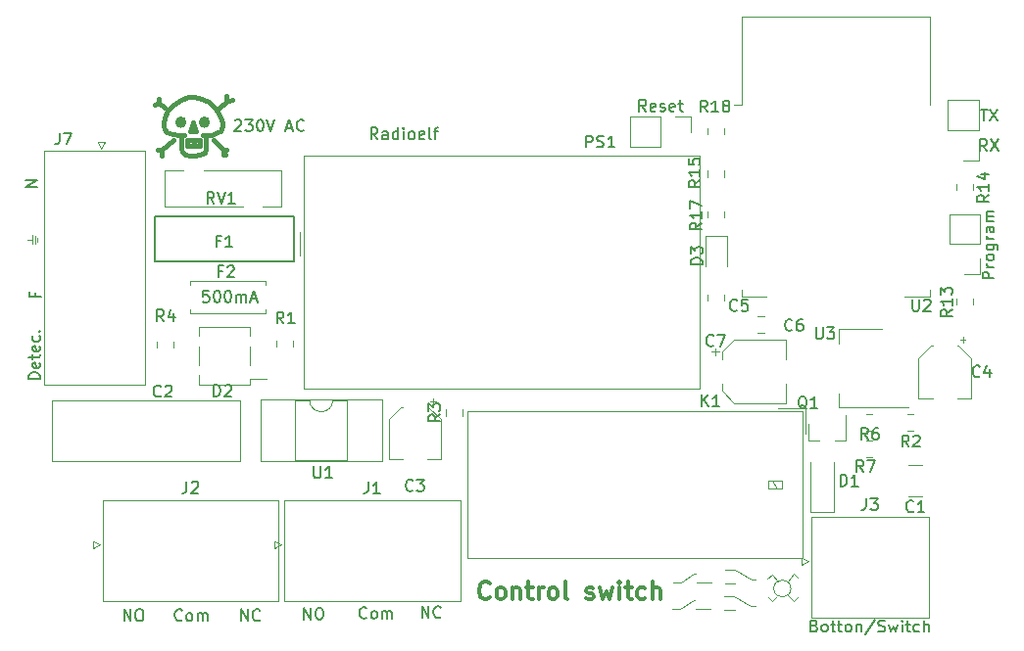
<source format=gbr>
%TF.GenerationSoftware,KiCad,Pcbnew,5.99.0-unknown-a61ea1f~102~ubuntu18.04.1*%
%TF.CreationDate,2020-07-28T16:03:14+02:00*%
%TF.ProjectId,switch,73776974-6368-42e6-9b69-6361645f7063,rev?*%
%TF.SameCoordinates,Original*%
%TF.FileFunction,Legend,Top*%
%TF.FilePolarity,Positive*%
%FSLAX46Y46*%
G04 Gerber Fmt 4.6, Leading zero omitted, Abs format (unit mm)*
G04 Created by KiCad (PCBNEW 5.99.0-unknown-a61ea1f~102~ubuntu18.04.1) date 2020-07-28 16:03:14*
%MOMM*%
%LPD*%
G01*
G04 APERTURE LIST*
%ADD10C,0.150000*%
%ADD11C,0.120000*%
%ADD12C,0.300000*%
%ADD13C,0.381000*%
G04 APERTURE END LIST*
D10*
X96337380Y-93447928D02*
X95337380Y-93447928D01*
X95337380Y-93209833D01*
X95385000Y-93066976D01*
X95480238Y-92971738D01*
X95575476Y-92924119D01*
X95765952Y-92876500D01*
X95908809Y-92876500D01*
X96099285Y-92924119D01*
X96194523Y-92971738D01*
X96289761Y-93066976D01*
X96337380Y-93209833D01*
X96337380Y-93447928D01*
X96289761Y-92066976D02*
X96337380Y-92162214D01*
X96337380Y-92352690D01*
X96289761Y-92447928D01*
X96194523Y-92495547D01*
X95813571Y-92495547D01*
X95718333Y-92447928D01*
X95670714Y-92352690D01*
X95670714Y-92162214D01*
X95718333Y-92066976D01*
X95813571Y-92019357D01*
X95908809Y-92019357D01*
X96004047Y-92495547D01*
X95670714Y-91733642D02*
X95670714Y-91352690D01*
X95337380Y-91590785D02*
X96194523Y-91590785D01*
X96289761Y-91543166D01*
X96337380Y-91447928D01*
X96337380Y-91352690D01*
X96289761Y-90638404D02*
X96337380Y-90733642D01*
X96337380Y-90924119D01*
X96289761Y-91019357D01*
X96194523Y-91066976D01*
X95813571Y-91066976D01*
X95718333Y-91019357D01*
X95670714Y-90924119D01*
X95670714Y-90733642D01*
X95718333Y-90638404D01*
X95813571Y-90590785D01*
X95908809Y-90590785D01*
X96004047Y-91066976D01*
X96289761Y-89733642D02*
X96337380Y-89828880D01*
X96337380Y-90019357D01*
X96289761Y-90114595D01*
X96242142Y-90162214D01*
X96146904Y-90209833D01*
X95861190Y-90209833D01*
X95765952Y-90162214D01*
X95718333Y-90114595D01*
X95670714Y-90019357D01*
X95670714Y-89828880D01*
X95718333Y-89733642D01*
X96242142Y-89305071D02*
X96289761Y-89257452D01*
X96337380Y-89305071D01*
X96289761Y-89352690D01*
X96242142Y-89305071D01*
X96337380Y-89305071D01*
D11*
X96075500Y-81216500D02*
X96075500Y-81597500D01*
X95885000Y-81089500D02*
X95885000Y-81724500D01*
X95694500Y-81026000D02*
X95694500Y-81788000D01*
X95694500Y-81407000D02*
X95694500Y-81026000D01*
X95250000Y-81407000D02*
X95694500Y-81407000D01*
D10*
X95877071Y-86026642D02*
X95877071Y-86359976D01*
X96400880Y-86359976D02*
X95400880Y-86359976D01*
X95400880Y-85883785D01*
X95051619Y-76295285D02*
X96051619Y-76295285D01*
X95051619Y-76866714D01*
X96051619Y-76866714D01*
X113165309Y-71112119D02*
X113212928Y-71064500D01*
X113308166Y-71016880D01*
X113546261Y-71016880D01*
X113641500Y-71064500D01*
X113689119Y-71112119D01*
X113736738Y-71207357D01*
X113736738Y-71302595D01*
X113689119Y-71445452D01*
X113117690Y-72016880D01*
X113736738Y-72016880D01*
X114070071Y-71016880D02*
X114689119Y-71016880D01*
X114355785Y-71397833D01*
X114498642Y-71397833D01*
X114593880Y-71445452D01*
X114641500Y-71493071D01*
X114689119Y-71588309D01*
X114689119Y-71826404D01*
X114641500Y-71921642D01*
X114593880Y-71969261D01*
X114498642Y-72016880D01*
X114212928Y-72016880D01*
X114117690Y-71969261D01*
X114070071Y-71921642D01*
X115308166Y-71016880D02*
X115403404Y-71016880D01*
X115498642Y-71064500D01*
X115546261Y-71112119D01*
X115593880Y-71207357D01*
X115641500Y-71397833D01*
X115641500Y-71635928D01*
X115593880Y-71826404D01*
X115546261Y-71921642D01*
X115498642Y-71969261D01*
X115403404Y-72016880D01*
X115308166Y-72016880D01*
X115212928Y-71969261D01*
X115165309Y-71921642D01*
X115117690Y-71826404D01*
X115070071Y-71635928D01*
X115070071Y-71397833D01*
X115117690Y-71207357D01*
X115165309Y-71112119D01*
X115212928Y-71064500D01*
X115308166Y-71016880D01*
X115927214Y-71016880D02*
X116260547Y-72016880D01*
X116593880Y-71016880D01*
X117641500Y-71731166D02*
X118117690Y-71731166D01*
X117546261Y-72016880D02*
X117879595Y-71016880D01*
X118212928Y-72016880D01*
X119117690Y-71921642D02*
X119070071Y-71969261D01*
X118927214Y-72016880D01*
X118831976Y-72016880D01*
X118689119Y-71969261D01*
X118593880Y-71874023D01*
X118546261Y-71778785D01*
X118498642Y-71588309D01*
X118498642Y-71445452D01*
X118546261Y-71254976D01*
X118593880Y-71159738D01*
X118689119Y-71064500D01*
X118831976Y-71016880D01*
X118927214Y-71016880D01*
X119070071Y-71064500D01*
X119117690Y-71112119D01*
D11*
X151638000Y-113315750D02*
X152781000Y-112617250D01*
X150939500Y-113315750D02*
X151638000Y-113315750D01*
X156337000Y-113411000D02*
X155448000Y-113411000D01*
X152781000Y-112617250D02*
X152908000Y-112553750D01*
X156273500Y-112204500D02*
X155448000Y-112204500D01*
X152971500Y-113315750D02*
X154241500Y-113315750D01*
X158115000Y-113093500D02*
X157734000Y-113093500D01*
X157734000Y-113093500D02*
X156273500Y-112204500D01*
X156400500Y-111125000D02*
X155511500Y-111125000D01*
X156337000Y-109918500D02*
X155511500Y-109918500D01*
X157797500Y-110807500D02*
X156337000Y-109918500D01*
X158178500Y-110807500D02*
X157797500Y-110807500D01*
X153035000Y-111029750D02*
X154305000Y-111029750D01*
X152844500Y-110331250D02*
X152971500Y-110267750D01*
X151701500Y-111029750D02*
X152844500Y-110331250D01*
X151003000Y-111029750D02*
X151701500Y-111029750D01*
X161480500Y-112649000D02*
X161861500Y-112268000D01*
X160972500Y-112141000D02*
X161480500Y-112649000D01*
X159575500Y-112649000D02*
X159258000Y-112331500D01*
X160020000Y-112204500D02*
X159575500Y-112649000D01*
X159575500Y-110363000D02*
X159194500Y-110744000D01*
X160083500Y-110934500D02*
X159575500Y-110363000D01*
X161417000Y-110299500D02*
X161798000Y-110617000D01*
X160909000Y-110934500D02*
X161417000Y-110299500D01*
X161205031Y-111569500D02*
G75*
G03*
X161205031Y-111569500I-740531J0D01*
G01*
D10*
X125500095Y-72715380D02*
X125166761Y-72239190D01*
X124928666Y-72715380D02*
X124928666Y-71715380D01*
X125309619Y-71715380D01*
X125404857Y-71763000D01*
X125452476Y-71810619D01*
X125500095Y-71905857D01*
X125500095Y-72048714D01*
X125452476Y-72143952D01*
X125404857Y-72191571D01*
X125309619Y-72239190D01*
X124928666Y-72239190D01*
X126357238Y-72715380D02*
X126357238Y-72191571D01*
X126309619Y-72096333D01*
X126214380Y-72048714D01*
X126023904Y-72048714D01*
X125928666Y-72096333D01*
X126357238Y-72667761D02*
X126262000Y-72715380D01*
X126023904Y-72715380D01*
X125928666Y-72667761D01*
X125881047Y-72572523D01*
X125881047Y-72477285D01*
X125928666Y-72382047D01*
X126023904Y-72334428D01*
X126262000Y-72334428D01*
X126357238Y-72286809D01*
X127262000Y-72715380D02*
X127262000Y-71715380D01*
X127262000Y-72667761D02*
X127166761Y-72715380D01*
X126976285Y-72715380D01*
X126881047Y-72667761D01*
X126833428Y-72620142D01*
X126785809Y-72524904D01*
X126785809Y-72239190D01*
X126833428Y-72143952D01*
X126881047Y-72096333D01*
X126976285Y-72048714D01*
X127166761Y-72048714D01*
X127262000Y-72096333D01*
X127738190Y-72715380D02*
X127738190Y-72048714D01*
X127738190Y-71715380D02*
X127690571Y-71763000D01*
X127738190Y-71810619D01*
X127785809Y-71763000D01*
X127738190Y-71715380D01*
X127738190Y-71810619D01*
X128357238Y-72715380D02*
X128262000Y-72667761D01*
X128214380Y-72620142D01*
X128166761Y-72524904D01*
X128166761Y-72239190D01*
X128214380Y-72143952D01*
X128262000Y-72096333D01*
X128357238Y-72048714D01*
X128500095Y-72048714D01*
X128595333Y-72096333D01*
X128642952Y-72143952D01*
X128690571Y-72239190D01*
X128690571Y-72524904D01*
X128642952Y-72620142D01*
X128595333Y-72667761D01*
X128500095Y-72715380D01*
X128357238Y-72715380D01*
X129500095Y-72667761D02*
X129404857Y-72715380D01*
X129214380Y-72715380D01*
X129119142Y-72667761D01*
X129071523Y-72572523D01*
X129071523Y-72191571D01*
X129119142Y-72096333D01*
X129214380Y-72048714D01*
X129404857Y-72048714D01*
X129500095Y-72096333D01*
X129547714Y-72191571D01*
X129547714Y-72286809D01*
X129071523Y-72382047D01*
X130119142Y-72715380D02*
X130023904Y-72667761D01*
X129976285Y-72572523D01*
X129976285Y-71715380D01*
X130357238Y-72048714D02*
X130738190Y-72048714D01*
X130500095Y-72715380D02*
X130500095Y-71858238D01*
X130547714Y-71763000D01*
X130642952Y-71715380D01*
X130738190Y-71715380D01*
X119141976Y-114244380D02*
X119141976Y-113244380D01*
X119713404Y-114244380D01*
X119713404Y-113244380D01*
X120380071Y-113244380D02*
X120570547Y-113244380D01*
X120665785Y-113292000D01*
X120761023Y-113387238D01*
X120808642Y-113577714D01*
X120808642Y-113911047D01*
X120761023Y-114101523D01*
X120665785Y-114196761D01*
X120570547Y-114244380D01*
X120380071Y-114244380D01*
X120284833Y-114196761D01*
X120189595Y-114101523D01*
X120141976Y-113911047D01*
X120141976Y-113577714D01*
X120189595Y-113387238D01*
X120284833Y-113292000D01*
X120380071Y-113244380D01*
X103584476Y-114371380D02*
X103584476Y-113371380D01*
X104155904Y-114371380D01*
X104155904Y-113371380D01*
X104822571Y-113371380D02*
X105013047Y-113371380D01*
X105108285Y-113419000D01*
X105203523Y-113514238D01*
X105251142Y-113704714D01*
X105251142Y-114038047D01*
X105203523Y-114228523D01*
X105108285Y-114323761D01*
X105013047Y-114371380D01*
X104822571Y-114371380D01*
X104727333Y-114323761D01*
X104632095Y-114228523D01*
X104584476Y-114038047D01*
X104584476Y-113704714D01*
X104632095Y-113514238D01*
X104727333Y-113419000D01*
X104822571Y-113371380D01*
X124539476Y-114085642D02*
X124491857Y-114133261D01*
X124349000Y-114180880D01*
X124253761Y-114180880D01*
X124110904Y-114133261D01*
X124015666Y-114038023D01*
X123968047Y-113942785D01*
X123920428Y-113752309D01*
X123920428Y-113609452D01*
X123968047Y-113418976D01*
X124015666Y-113323738D01*
X124110904Y-113228500D01*
X124253761Y-113180880D01*
X124349000Y-113180880D01*
X124491857Y-113228500D01*
X124539476Y-113276119D01*
X125110904Y-114180880D02*
X125015666Y-114133261D01*
X124968047Y-114085642D01*
X124920428Y-113990404D01*
X124920428Y-113704690D01*
X124968047Y-113609452D01*
X125015666Y-113561833D01*
X125110904Y-113514214D01*
X125253761Y-113514214D01*
X125349000Y-113561833D01*
X125396619Y-113609452D01*
X125444238Y-113704690D01*
X125444238Y-113990404D01*
X125396619Y-114085642D01*
X125349000Y-114133261D01*
X125253761Y-114180880D01*
X125110904Y-114180880D01*
X125872809Y-114180880D02*
X125872809Y-113514214D01*
X125872809Y-113609452D02*
X125920428Y-113561833D01*
X126015666Y-113514214D01*
X126158523Y-113514214D01*
X126253761Y-113561833D01*
X126301380Y-113657071D01*
X126301380Y-114180880D01*
X126301380Y-113657071D02*
X126349000Y-113561833D01*
X126444238Y-113514214D01*
X126587095Y-113514214D01*
X126682333Y-113561833D01*
X126729952Y-113657071D01*
X126729952Y-114180880D01*
X108600976Y-114276142D02*
X108553357Y-114323761D01*
X108410500Y-114371380D01*
X108315261Y-114371380D01*
X108172404Y-114323761D01*
X108077166Y-114228523D01*
X108029547Y-114133285D01*
X107981928Y-113942809D01*
X107981928Y-113799952D01*
X108029547Y-113609476D01*
X108077166Y-113514238D01*
X108172404Y-113419000D01*
X108315261Y-113371380D01*
X108410500Y-113371380D01*
X108553357Y-113419000D01*
X108600976Y-113466619D01*
X109172404Y-114371380D02*
X109077166Y-114323761D01*
X109029547Y-114276142D01*
X108981928Y-114180904D01*
X108981928Y-113895190D01*
X109029547Y-113799952D01*
X109077166Y-113752333D01*
X109172404Y-113704714D01*
X109315261Y-113704714D01*
X109410500Y-113752333D01*
X109458119Y-113799952D01*
X109505738Y-113895190D01*
X109505738Y-114180904D01*
X109458119Y-114276142D01*
X109410500Y-114323761D01*
X109315261Y-114371380D01*
X109172404Y-114371380D01*
X109934309Y-114371380D02*
X109934309Y-113704714D01*
X109934309Y-113799952D02*
X109981928Y-113752333D01*
X110077166Y-113704714D01*
X110220023Y-113704714D01*
X110315261Y-113752333D01*
X110362880Y-113847571D01*
X110362880Y-114371380D01*
X110362880Y-113847571D02*
X110410500Y-113752333D01*
X110505738Y-113704714D01*
X110648595Y-113704714D01*
X110743833Y-113752333D01*
X110791452Y-113847571D01*
X110791452Y-114371380D01*
X113704785Y-114371380D02*
X113704785Y-113371380D01*
X114276214Y-114371380D01*
X114276214Y-113371380D01*
X115323833Y-114276142D02*
X115276214Y-114323761D01*
X115133357Y-114371380D01*
X115038119Y-114371380D01*
X114895261Y-114323761D01*
X114800023Y-114228523D01*
X114752404Y-114133285D01*
X114704785Y-113942809D01*
X114704785Y-113799952D01*
X114752404Y-113609476D01*
X114800023Y-113514238D01*
X114895261Y-113419000D01*
X115038119Y-113371380D01*
X115133357Y-113371380D01*
X115276214Y-113419000D01*
X115323833Y-113466619D01*
X129325785Y-114117380D02*
X129325785Y-113117380D01*
X129897214Y-114117380D01*
X129897214Y-113117380D01*
X130944833Y-114022142D02*
X130897214Y-114069761D01*
X130754357Y-114117380D01*
X130659119Y-114117380D01*
X130516261Y-114069761D01*
X130421023Y-113974523D01*
X130373404Y-113879285D01*
X130325785Y-113688809D01*
X130325785Y-113545952D01*
X130373404Y-113355476D01*
X130421023Y-113260238D01*
X130516261Y-113165000D01*
X130659119Y-113117380D01*
X130754357Y-113117380D01*
X130897214Y-113165000D01*
X130944833Y-113212619D01*
D12*
X135184428Y-112359214D02*
X135113000Y-112430642D01*
X134898714Y-112502071D01*
X134755857Y-112502071D01*
X134541571Y-112430642D01*
X134398714Y-112287785D01*
X134327285Y-112144928D01*
X134255857Y-111859214D01*
X134255857Y-111644928D01*
X134327285Y-111359214D01*
X134398714Y-111216357D01*
X134541571Y-111073500D01*
X134755857Y-111002071D01*
X134898714Y-111002071D01*
X135113000Y-111073500D01*
X135184428Y-111144928D01*
X136041571Y-112502071D02*
X135898714Y-112430642D01*
X135827285Y-112359214D01*
X135755857Y-112216357D01*
X135755857Y-111787785D01*
X135827285Y-111644928D01*
X135898714Y-111573500D01*
X136041571Y-111502071D01*
X136255857Y-111502071D01*
X136398714Y-111573500D01*
X136470142Y-111644928D01*
X136541571Y-111787785D01*
X136541571Y-112216357D01*
X136470142Y-112359214D01*
X136398714Y-112430642D01*
X136255857Y-112502071D01*
X136041571Y-112502071D01*
X137184428Y-111502071D02*
X137184428Y-112502071D01*
X137184428Y-111644928D02*
X137255857Y-111573500D01*
X137398714Y-111502071D01*
X137613000Y-111502071D01*
X137755857Y-111573500D01*
X137827285Y-111716357D01*
X137827285Y-112502071D01*
X138327285Y-111502071D02*
X138898714Y-111502071D01*
X138541571Y-111002071D02*
X138541571Y-112287785D01*
X138613000Y-112430642D01*
X138755857Y-112502071D01*
X138898714Y-112502071D01*
X139398714Y-112502071D02*
X139398714Y-111502071D01*
X139398714Y-111787785D02*
X139470142Y-111644928D01*
X139541571Y-111573500D01*
X139684428Y-111502071D01*
X139827285Y-111502071D01*
X140541571Y-112502071D02*
X140398714Y-112430642D01*
X140327285Y-112359214D01*
X140255857Y-112216357D01*
X140255857Y-111787785D01*
X140327285Y-111644928D01*
X140398714Y-111573500D01*
X140541571Y-111502071D01*
X140755857Y-111502071D01*
X140898714Y-111573500D01*
X140970142Y-111644928D01*
X141041571Y-111787785D01*
X141041571Y-112216357D01*
X140970142Y-112359214D01*
X140898714Y-112430642D01*
X140755857Y-112502071D01*
X140541571Y-112502071D01*
X141898714Y-112502071D02*
X141755857Y-112430642D01*
X141684428Y-112287785D01*
X141684428Y-111002071D01*
X143541571Y-112430642D02*
X143684428Y-112502071D01*
X143970142Y-112502071D01*
X144113000Y-112430642D01*
X144184428Y-112287785D01*
X144184428Y-112216357D01*
X144113000Y-112073500D01*
X143970142Y-112002071D01*
X143755857Y-112002071D01*
X143613000Y-111930642D01*
X143541571Y-111787785D01*
X143541571Y-111716357D01*
X143613000Y-111573500D01*
X143755857Y-111502071D01*
X143970142Y-111502071D01*
X144113000Y-111573500D01*
X144684428Y-111502071D02*
X144970142Y-112502071D01*
X145255857Y-111787785D01*
X145541571Y-112502071D01*
X145827285Y-111502071D01*
X146398714Y-112502071D02*
X146398714Y-111502071D01*
X146398714Y-111002071D02*
X146327285Y-111073500D01*
X146398714Y-111144928D01*
X146470142Y-111073500D01*
X146398714Y-111002071D01*
X146398714Y-111144928D01*
X146898714Y-111502071D02*
X147470142Y-111502071D01*
X147113000Y-111002071D02*
X147113000Y-112287785D01*
X147184428Y-112430642D01*
X147327285Y-112502071D01*
X147470142Y-112502071D01*
X148613000Y-112430642D02*
X148470142Y-112502071D01*
X148184428Y-112502071D01*
X148041571Y-112430642D01*
X147970142Y-112359214D01*
X147898714Y-112216357D01*
X147898714Y-111787785D01*
X147970142Y-111644928D01*
X148041571Y-111573500D01*
X148184428Y-111502071D01*
X148470142Y-111502071D01*
X148613000Y-111573500D01*
X149255857Y-112502071D02*
X149255857Y-111002071D01*
X149898714Y-112502071D02*
X149898714Y-111716357D01*
X149827285Y-111573500D01*
X149684428Y-111502071D01*
X149470142Y-111502071D01*
X149327285Y-111573500D01*
X149255857Y-111644928D01*
D10*
X178141333Y-73731380D02*
X177808000Y-73255190D01*
X177569904Y-73731380D02*
X177569904Y-72731380D01*
X177950857Y-72731380D01*
X178046095Y-72779000D01*
X178093714Y-72826619D01*
X178141333Y-72921857D01*
X178141333Y-73064714D01*
X178093714Y-73159952D01*
X178046095Y-73207571D01*
X177950857Y-73255190D01*
X177569904Y-73255190D01*
X178474666Y-72731380D02*
X179141333Y-73731380D01*
X179141333Y-72731380D02*
X178474666Y-73731380D01*
X177609595Y-70127880D02*
X178181023Y-70127880D01*
X177895309Y-71127880D02*
X177895309Y-70127880D01*
X178419119Y-70127880D02*
X179085785Y-71127880D01*
X179085785Y-70127880D02*
X178419119Y-71127880D01*
%TO.C,F1*%
X111883866Y-81513371D02*
X111550533Y-81513371D01*
X111550533Y-82037180D02*
X111550533Y-81037180D01*
X112026723Y-81037180D01*
X112931485Y-82037180D02*
X112360057Y-82037180D01*
X112645771Y-82037180D02*
X112645771Y-81037180D01*
X112550533Y-81180038D01*
X112455295Y-81275276D01*
X112360057Y-81322895D01*
%TO.C,D2*%
X111352104Y-94953080D02*
X111352104Y-93953080D01*
X111590200Y-93953080D01*
X111733057Y-94000700D01*
X111828295Y-94095938D01*
X111875914Y-94191176D01*
X111923533Y-94381652D01*
X111923533Y-94524509D01*
X111875914Y-94714985D01*
X111828295Y-94810223D01*
X111733057Y-94905461D01*
X111590200Y-94953080D01*
X111352104Y-94953080D01*
X112304485Y-94048319D02*
X112352104Y-94000700D01*
X112447342Y-93953080D01*
X112685438Y-93953080D01*
X112780676Y-94000700D01*
X112828295Y-94048319D01*
X112875914Y-94143557D01*
X112875914Y-94238795D01*
X112828295Y-94381652D01*
X112256866Y-94953080D01*
X112875914Y-94953080D01*
%TO.C,K1*%
X153503404Y-95829380D02*
X153503404Y-94829380D01*
X154074833Y-95829380D02*
X153646261Y-95257952D01*
X154074833Y-94829380D02*
X153503404Y-95400809D01*
X155027214Y-95829380D02*
X154455785Y-95829380D01*
X154741500Y-95829380D02*
X154741500Y-94829380D01*
X154646261Y-94972238D01*
X154551023Y-95067476D01*
X154455785Y-95115095D01*
%TO.C,U1*%
X119991615Y-101016395D02*
X119991615Y-101825919D01*
X120039234Y-101921157D01*
X120086853Y-101968776D01*
X120182091Y-102016395D01*
X120372567Y-102016395D01*
X120467805Y-101968776D01*
X120515424Y-101921157D01*
X120563043Y-101825919D01*
X120563043Y-101016395D01*
X121563043Y-102016395D02*
X120991615Y-102016395D01*
X121277329Y-102016395D02*
X121277329Y-101016395D01*
X121182091Y-101159253D01*
X121086853Y-101254491D01*
X120991615Y-101302110D01*
%TO.C,U3*%
X163385595Y-88987380D02*
X163385595Y-89796904D01*
X163433214Y-89892142D01*
X163480833Y-89939761D01*
X163576071Y-89987380D01*
X163766547Y-89987380D01*
X163861785Y-89939761D01*
X163909404Y-89892142D01*
X163957023Y-89796904D01*
X163957023Y-88987380D01*
X164337976Y-88987380D02*
X164957023Y-88987380D01*
X164623690Y-89368333D01*
X164766547Y-89368333D01*
X164861785Y-89415952D01*
X164909404Y-89463571D01*
X164957023Y-89558809D01*
X164957023Y-89796904D01*
X164909404Y-89892142D01*
X164861785Y-89939761D01*
X164766547Y-89987380D01*
X164480833Y-89987380D01*
X164385595Y-89939761D01*
X164337976Y-89892142D01*
%TO.C,U2*%
X171704095Y-86574380D02*
X171704095Y-87383904D01*
X171751714Y-87479142D01*
X171799333Y-87526761D01*
X171894571Y-87574380D01*
X172085047Y-87574380D01*
X172180285Y-87526761D01*
X172227904Y-87479142D01*
X172275523Y-87383904D01*
X172275523Y-86574380D01*
X172704095Y-86669619D02*
X172751714Y-86622000D01*
X172846952Y-86574380D01*
X173085047Y-86574380D01*
X173180285Y-86622000D01*
X173227904Y-86669619D01*
X173275523Y-86764857D01*
X173275523Y-86860095D01*
X173227904Y-87002952D01*
X172656476Y-87574380D01*
X173275523Y-87574380D01*
%TO.C,RV1*%
X111367961Y-78277980D02*
X111034628Y-77801790D01*
X110796533Y-78277980D02*
X110796533Y-77277980D01*
X111177485Y-77277980D01*
X111272723Y-77325600D01*
X111320342Y-77373219D01*
X111367961Y-77468457D01*
X111367961Y-77611314D01*
X111320342Y-77706552D01*
X111272723Y-77754171D01*
X111177485Y-77801790D01*
X110796533Y-77801790D01*
X111653676Y-77277980D02*
X111987009Y-78277980D01*
X112320342Y-77277980D01*
X113177485Y-78277980D02*
X112606057Y-78277980D01*
X112891771Y-78277980D02*
X112891771Y-77277980D01*
X112796533Y-77420838D01*
X112701295Y-77516076D01*
X112606057Y-77563695D01*
%TO.C,R18*%
X153979642Y-70365880D02*
X153646309Y-69889690D01*
X153408214Y-70365880D02*
X153408214Y-69365880D01*
X153789166Y-69365880D01*
X153884404Y-69413500D01*
X153932023Y-69461119D01*
X153979642Y-69556357D01*
X153979642Y-69699214D01*
X153932023Y-69794452D01*
X153884404Y-69842071D01*
X153789166Y-69889690D01*
X153408214Y-69889690D01*
X154932023Y-70365880D02*
X154360595Y-70365880D01*
X154646309Y-70365880D02*
X154646309Y-69365880D01*
X154551071Y-69508738D01*
X154455833Y-69603976D01*
X154360595Y-69651595D01*
X155503452Y-69794452D02*
X155408214Y-69746833D01*
X155360595Y-69699214D01*
X155312976Y-69603976D01*
X155312976Y-69556357D01*
X155360595Y-69461119D01*
X155408214Y-69413500D01*
X155503452Y-69365880D01*
X155693928Y-69365880D01*
X155789166Y-69413500D01*
X155836785Y-69461119D01*
X155884404Y-69556357D01*
X155884404Y-69603976D01*
X155836785Y-69699214D01*
X155789166Y-69746833D01*
X155693928Y-69794452D01*
X155503452Y-69794452D01*
X155408214Y-69842071D01*
X155360595Y-69889690D01*
X155312976Y-69984928D01*
X155312976Y-70175404D01*
X155360595Y-70270642D01*
X155408214Y-70318261D01*
X155503452Y-70365880D01*
X155693928Y-70365880D01*
X155789166Y-70318261D01*
X155836785Y-70270642D01*
X155884404Y-70175404D01*
X155884404Y-69984928D01*
X155836785Y-69889690D01*
X155789166Y-69842071D01*
X155693928Y-69794452D01*
%TO.C,R17*%
X153487380Y-79954357D02*
X153011190Y-80287690D01*
X153487380Y-80525785D02*
X152487380Y-80525785D01*
X152487380Y-80144833D01*
X152535000Y-80049595D01*
X152582619Y-80001976D01*
X152677857Y-79954357D01*
X152820714Y-79954357D01*
X152915952Y-80001976D01*
X152963571Y-80049595D01*
X153011190Y-80144833D01*
X153011190Y-80525785D01*
X153487380Y-79001976D02*
X153487380Y-79573404D01*
X153487380Y-79287690D02*
X152487380Y-79287690D01*
X152630238Y-79382928D01*
X152725476Y-79478166D01*
X152773095Y-79573404D01*
X152487380Y-78668642D02*
X152487380Y-78001976D01*
X153487380Y-78430547D01*
%TO.C,R15*%
X153360380Y-76271357D02*
X152884190Y-76604690D01*
X153360380Y-76842785D02*
X152360380Y-76842785D01*
X152360380Y-76461833D01*
X152408000Y-76366595D01*
X152455619Y-76318976D01*
X152550857Y-76271357D01*
X152693714Y-76271357D01*
X152788952Y-76318976D01*
X152836571Y-76366595D01*
X152884190Y-76461833D01*
X152884190Y-76842785D01*
X153360380Y-75318976D02*
X153360380Y-75890404D01*
X153360380Y-75604690D02*
X152360380Y-75604690D01*
X152503238Y-75699928D01*
X152598476Y-75795166D01*
X152646095Y-75890404D01*
X152360380Y-74414214D02*
X152360380Y-74890404D01*
X152836571Y-74938023D01*
X152788952Y-74890404D01*
X152741333Y-74795166D01*
X152741333Y-74557071D01*
X152788952Y-74461833D01*
X152836571Y-74414214D01*
X152931809Y-74366595D01*
X153169904Y-74366595D01*
X153265142Y-74414214D01*
X153312761Y-74461833D01*
X153360380Y-74557071D01*
X153360380Y-74795166D01*
X153312761Y-74890404D01*
X153265142Y-74938023D01*
%TO.C,R14*%
X178314880Y-77526357D02*
X177838690Y-77859690D01*
X178314880Y-78097785D02*
X177314880Y-78097785D01*
X177314880Y-77716833D01*
X177362500Y-77621595D01*
X177410119Y-77573976D01*
X177505357Y-77526357D01*
X177648214Y-77526357D01*
X177743452Y-77573976D01*
X177791071Y-77621595D01*
X177838690Y-77716833D01*
X177838690Y-78097785D01*
X178314880Y-76573976D02*
X178314880Y-77145404D01*
X178314880Y-76859690D02*
X177314880Y-76859690D01*
X177457738Y-76954928D01*
X177552976Y-77050166D01*
X177600595Y-77145404D01*
X177648214Y-75716833D02*
X178314880Y-75716833D01*
X177267261Y-75954928D02*
X177981547Y-76193023D01*
X177981547Y-75573976D01*
%TO.C,R13*%
X175140880Y-87447357D02*
X174664690Y-87780690D01*
X175140880Y-88018785D02*
X174140880Y-88018785D01*
X174140880Y-87637833D01*
X174188500Y-87542595D01*
X174236119Y-87494976D01*
X174331357Y-87447357D01*
X174474214Y-87447357D01*
X174569452Y-87494976D01*
X174617071Y-87542595D01*
X174664690Y-87637833D01*
X174664690Y-88018785D01*
X175140880Y-86494976D02*
X175140880Y-87066404D01*
X175140880Y-86780690D02*
X174140880Y-86780690D01*
X174283738Y-86875928D01*
X174378976Y-86971166D01*
X174426595Y-87066404D01*
X174140880Y-86161642D02*
X174140880Y-85542595D01*
X174521833Y-85875928D01*
X174521833Y-85733071D01*
X174569452Y-85637833D01*
X174617071Y-85590214D01*
X174712309Y-85542595D01*
X174950404Y-85542595D01*
X175045642Y-85590214D01*
X175093261Y-85637833D01*
X175140880Y-85733071D01*
X175140880Y-86018785D01*
X175093261Y-86114023D01*
X175045642Y-86161642D01*
%TO.C,R7*%
X167473333Y-101480880D02*
X167140000Y-101004690D01*
X166901904Y-101480880D02*
X166901904Y-100480880D01*
X167282857Y-100480880D01*
X167378095Y-100528500D01*
X167425714Y-100576119D01*
X167473333Y-100671357D01*
X167473333Y-100814214D01*
X167425714Y-100909452D01*
X167378095Y-100957071D01*
X167282857Y-101004690D01*
X166901904Y-101004690D01*
X167806666Y-100480880D02*
X168473333Y-100480880D01*
X168044761Y-101480880D01*
%TO.C,R6*%
X167854333Y-98686880D02*
X167521000Y-98210690D01*
X167282904Y-98686880D02*
X167282904Y-97686880D01*
X167663857Y-97686880D01*
X167759095Y-97734500D01*
X167806714Y-97782119D01*
X167854333Y-97877357D01*
X167854333Y-98020214D01*
X167806714Y-98115452D01*
X167759095Y-98163071D01*
X167663857Y-98210690D01*
X167282904Y-98210690D01*
X168711476Y-97686880D02*
X168521000Y-97686880D01*
X168425761Y-97734500D01*
X168378142Y-97782119D01*
X168282904Y-97924976D01*
X168235285Y-98115452D01*
X168235285Y-98496404D01*
X168282904Y-98591642D01*
X168330523Y-98639261D01*
X168425761Y-98686880D01*
X168616238Y-98686880D01*
X168711476Y-98639261D01*
X168759095Y-98591642D01*
X168806714Y-98496404D01*
X168806714Y-98258309D01*
X168759095Y-98163071D01*
X168711476Y-98115452D01*
X168616238Y-98067833D01*
X168425761Y-98067833D01*
X168330523Y-98115452D01*
X168282904Y-98163071D01*
X168235285Y-98258309D01*
%TO.C,R4*%
X107021333Y-88463380D02*
X106688000Y-87987190D01*
X106449904Y-88463380D02*
X106449904Y-87463380D01*
X106830857Y-87463380D01*
X106926095Y-87511000D01*
X106973714Y-87558619D01*
X107021333Y-87653857D01*
X107021333Y-87796714D01*
X106973714Y-87891952D01*
X106926095Y-87939571D01*
X106830857Y-87987190D01*
X106449904Y-87987190D01*
X107878476Y-87796714D02*
X107878476Y-88463380D01*
X107640380Y-87415761D02*
X107402285Y-88130047D01*
X108021333Y-88130047D01*
%TO.C,R3*%
X130901521Y-96529879D02*
X130425331Y-96863213D01*
X130901521Y-97101308D02*
X129901521Y-97101308D01*
X129901521Y-96720355D01*
X129949141Y-96625117D01*
X129996760Y-96577498D01*
X130091998Y-96529879D01*
X130234855Y-96529879D01*
X130330093Y-96577498D01*
X130377712Y-96625117D01*
X130425331Y-96720355D01*
X130425331Y-97101308D01*
X129901521Y-96196546D02*
X129901521Y-95577498D01*
X130282474Y-95910832D01*
X130282474Y-95767974D01*
X130330093Y-95672736D01*
X130377712Y-95625117D01*
X130472950Y-95577498D01*
X130711045Y-95577498D01*
X130806283Y-95625117D01*
X130853902Y-95672736D01*
X130901521Y-95767974D01*
X130901521Y-96053689D01*
X130853902Y-96148927D01*
X130806283Y-96196546D01*
%TO.C,R2*%
X171395333Y-99320880D02*
X171062000Y-98844690D01*
X170823904Y-99320880D02*
X170823904Y-98320880D01*
X171204857Y-98320880D01*
X171300095Y-98368500D01*
X171347714Y-98416119D01*
X171395333Y-98511357D01*
X171395333Y-98654214D01*
X171347714Y-98749452D01*
X171300095Y-98797071D01*
X171204857Y-98844690D01*
X170823904Y-98844690D01*
X171776285Y-98416119D02*
X171823904Y-98368500D01*
X171919142Y-98320880D01*
X172157238Y-98320880D01*
X172252476Y-98368500D01*
X172300095Y-98416119D01*
X172347714Y-98511357D01*
X172347714Y-98606595D01*
X172300095Y-98749452D01*
X171728666Y-99320880D01*
X172347714Y-99320880D01*
%TO.C,R1*%
X117371833Y-88653880D02*
X117038500Y-88177690D01*
X116800404Y-88653880D02*
X116800404Y-87653880D01*
X117181357Y-87653880D01*
X117276595Y-87701500D01*
X117324214Y-87749119D01*
X117371833Y-87844357D01*
X117371833Y-87987214D01*
X117324214Y-88082452D01*
X117276595Y-88130071D01*
X117181357Y-88177690D01*
X116800404Y-88177690D01*
X118324214Y-88653880D02*
X117752785Y-88653880D01*
X118038500Y-88653880D02*
X118038500Y-87653880D01*
X117943261Y-87796738D01*
X117848023Y-87891976D01*
X117752785Y-87939595D01*
%TO.C,Q1*%
X162591761Y-96051619D02*
X162496523Y-96004000D01*
X162401285Y-95908761D01*
X162258428Y-95765904D01*
X162163190Y-95718285D01*
X162067952Y-95718285D01*
X162115571Y-95956380D02*
X162020333Y-95908761D01*
X161925095Y-95813523D01*
X161877476Y-95623047D01*
X161877476Y-95289714D01*
X161925095Y-95099238D01*
X162020333Y-95004000D01*
X162115571Y-94956380D01*
X162306047Y-94956380D01*
X162401285Y-95004000D01*
X162496523Y-95099238D01*
X162544142Y-95289714D01*
X162544142Y-95623047D01*
X162496523Y-95813523D01*
X162401285Y-95908761D01*
X162306047Y-95956380D01*
X162115571Y-95956380D01*
X163496523Y-95956380D02*
X162925095Y-95956380D01*
X163210809Y-95956380D02*
X163210809Y-94956380D01*
X163115571Y-95099238D01*
X163020333Y-95194476D01*
X162925095Y-95242095D01*
%TO.C,PS1*%
X143502214Y-73413880D02*
X143502214Y-72413880D01*
X143883166Y-72413880D01*
X143978404Y-72461500D01*
X144026023Y-72509119D01*
X144073642Y-72604357D01*
X144073642Y-72747214D01*
X144026023Y-72842452D01*
X143978404Y-72890071D01*
X143883166Y-72937690D01*
X143502214Y-72937690D01*
X144454595Y-73366261D02*
X144597452Y-73413880D01*
X144835547Y-73413880D01*
X144930785Y-73366261D01*
X144978404Y-73318642D01*
X145026023Y-73223404D01*
X145026023Y-73128166D01*
X144978404Y-73032928D01*
X144930785Y-72985309D01*
X144835547Y-72937690D01*
X144645071Y-72890071D01*
X144549833Y-72842452D01*
X144502214Y-72794833D01*
X144454595Y-72699595D01*
X144454595Y-72604357D01*
X144502214Y-72509119D01*
X144549833Y-72461500D01*
X144645071Y-72413880D01*
X144883166Y-72413880D01*
X145026023Y-72461500D01*
X145978404Y-73413880D02*
X145406976Y-73413880D01*
X145692690Y-73413880D02*
X145692690Y-72413880D01*
X145597452Y-72556738D01*
X145502214Y-72651976D01*
X145406976Y-72699595D01*
%TO.C,JP2*%
X148685404Y-70302380D02*
X148352071Y-69826190D01*
X148113976Y-70302380D02*
X148113976Y-69302380D01*
X148494928Y-69302380D01*
X148590166Y-69350000D01*
X148637785Y-69397619D01*
X148685404Y-69492857D01*
X148685404Y-69635714D01*
X148637785Y-69730952D01*
X148590166Y-69778571D01*
X148494928Y-69826190D01*
X148113976Y-69826190D01*
X149494928Y-70254761D02*
X149399690Y-70302380D01*
X149209214Y-70302380D01*
X149113976Y-70254761D01*
X149066357Y-70159523D01*
X149066357Y-69778571D01*
X149113976Y-69683333D01*
X149209214Y-69635714D01*
X149399690Y-69635714D01*
X149494928Y-69683333D01*
X149542547Y-69778571D01*
X149542547Y-69873809D01*
X149066357Y-69969047D01*
X149923500Y-70254761D02*
X150018738Y-70302380D01*
X150209214Y-70302380D01*
X150304452Y-70254761D01*
X150352071Y-70159523D01*
X150352071Y-70111904D01*
X150304452Y-70016666D01*
X150209214Y-69969047D01*
X150066357Y-69969047D01*
X149971119Y-69921428D01*
X149923500Y-69826190D01*
X149923500Y-69778571D01*
X149971119Y-69683333D01*
X150066357Y-69635714D01*
X150209214Y-69635714D01*
X150304452Y-69683333D01*
X151161595Y-70254761D02*
X151066357Y-70302380D01*
X150875880Y-70302380D01*
X150780642Y-70254761D01*
X150733023Y-70159523D01*
X150733023Y-69778571D01*
X150780642Y-69683333D01*
X150875880Y-69635714D01*
X151066357Y-69635714D01*
X151161595Y-69683333D01*
X151209214Y-69778571D01*
X151209214Y-69873809D01*
X150733023Y-69969047D01*
X151494928Y-69635714D02*
X151875880Y-69635714D01*
X151637785Y-69302380D02*
X151637785Y-70159523D01*
X151685404Y-70254761D01*
X151780642Y-70302380D01*
X151875880Y-70302380D01*
%TO.C,JP1*%
X178760380Y-84756261D02*
X177760380Y-84756261D01*
X177760380Y-84375309D01*
X177808000Y-84280071D01*
X177855619Y-84232452D01*
X177950857Y-84184833D01*
X178093714Y-84184833D01*
X178188952Y-84232452D01*
X178236571Y-84280071D01*
X178284190Y-84375309D01*
X178284190Y-84756261D01*
X178760380Y-83756261D02*
X178093714Y-83756261D01*
X178284190Y-83756261D02*
X178188952Y-83708642D01*
X178141333Y-83661023D01*
X178093714Y-83565785D01*
X178093714Y-83470547D01*
X178760380Y-82994357D02*
X178712761Y-83089595D01*
X178665142Y-83137214D01*
X178569904Y-83184833D01*
X178284190Y-83184833D01*
X178188952Y-83137214D01*
X178141333Y-83089595D01*
X178093714Y-82994357D01*
X178093714Y-82851500D01*
X178141333Y-82756261D01*
X178188952Y-82708642D01*
X178284190Y-82661023D01*
X178569904Y-82661023D01*
X178665142Y-82708642D01*
X178712761Y-82756261D01*
X178760380Y-82851500D01*
X178760380Y-82994357D01*
X178093714Y-81803880D02*
X178903238Y-81803880D01*
X178998476Y-81851500D01*
X179046095Y-81899119D01*
X179093714Y-81994357D01*
X179093714Y-82137214D01*
X179046095Y-82232452D01*
X178712761Y-81803880D02*
X178760380Y-81899119D01*
X178760380Y-82089595D01*
X178712761Y-82184833D01*
X178665142Y-82232452D01*
X178569904Y-82280071D01*
X178284190Y-82280071D01*
X178188952Y-82232452D01*
X178141333Y-82184833D01*
X178093714Y-82089595D01*
X178093714Y-81899119D01*
X178141333Y-81803880D01*
X178760380Y-81327690D02*
X178093714Y-81327690D01*
X178284190Y-81327690D02*
X178188952Y-81280071D01*
X178141333Y-81232452D01*
X178093714Y-81137214D01*
X178093714Y-81041976D01*
X178760380Y-80280071D02*
X178236571Y-80280071D01*
X178141333Y-80327690D01*
X178093714Y-80422928D01*
X178093714Y-80613404D01*
X178141333Y-80708642D01*
X178712761Y-80280071D02*
X178760380Y-80375309D01*
X178760380Y-80613404D01*
X178712761Y-80708642D01*
X178617523Y-80756261D01*
X178522285Y-80756261D01*
X178427047Y-80708642D01*
X178379428Y-80613404D01*
X178379428Y-80375309D01*
X178331809Y-80280071D01*
X178760380Y-79803880D02*
X178093714Y-79803880D01*
X178188952Y-79803880D02*
X178141333Y-79756261D01*
X178093714Y-79661023D01*
X178093714Y-79518166D01*
X178141333Y-79422928D01*
X178236571Y-79375309D01*
X178760380Y-79375309D01*
X178236571Y-79375309D02*
X178141333Y-79327690D01*
X178093714Y-79232452D01*
X178093714Y-79089595D01*
X178141333Y-78994357D01*
X178236571Y-78946738D01*
X178760380Y-78946738D01*
%TO.C,J7*%
X98028166Y-72159880D02*
X98028166Y-72874166D01*
X97980547Y-73017023D01*
X97885309Y-73112261D01*
X97742452Y-73159880D01*
X97647214Y-73159880D01*
X98409119Y-72159880D02*
X99075785Y-72159880D01*
X98647214Y-73159880D01*
%TO.C,J3*%
X167711166Y-103772380D02*
X167711166Y-104486666D01*
X167663547Y-104629523D01*
X167568309Y-104724761D01*
X167425452Y-104772380D01*
X167330214Y-104772380D01*
X168092119Y-103772380D02*
X168711166Y-103772380D01*
X168377833Y-104153333D01*
X168520690Y-104153333D01*
X168615928Y-104200952D01*
X168663547Y-104248571D01*
X168711166Y-104343809D01*
X168711166Y-104581904D01*
X168663547Y-104677142D01*
X168615928Y-104724761D01*
X168520690Y-104772380D01*
X168234976Y-104772380D01*
X168139738Y-104724761D01*
X168092119Y-104677142D01*
X163235285Y-114800071D02*
X163378142Y-114847690D01*
X163425761Y-114895309D01*
X163473380Y-114990547D01*
X163473380Y-115133404D01*
X163425761Y-115228642D01*
X163378142Y-115276261D01*
X163282904Y-115323880D01*
X162901952Y-115323880D01*
X162901952Y-114323880D01*
X163235285Y-114323880D01*
X163330523Y-114371500D01*
X163378142Y-114419119D01*
X163425761Y-114514357D01*
X163425761Y-114609595D01*
X163378142Y-114704833D01*
X163330523Y-114752452D01*
X163235285Y-114800071D01*
X162901952Y-114800071D01*
X164044809Y-115323880D02*
X163949571Y-115276261D01*
X163901952Y-115228642D01*
X163854333Y-115133404D01*
X163854333Y-114847690D01*
X163901952Y-114752452D01*
X163949571Y-114704833D01*
X164044809Y-114657214D01*
X164187666Y-114657214D01*
X164282904Y-114704833D01*
X164330523Y-114752452D01*
X164378142Y-114847690D01*
X164378142Y-115133404D01*
X164330523Y-115228642D01*
X164282904Y-115276261D01*
X164187666Y-115323880D01*
X164044809Y-115323880D01*
X164663857Y-114657214D02*
X165044809Y-114657214D01*
X164806714Y-114323880D02*
X164806714Y-115181023D01*
X164854333Y-115276261D01*
X164949571Y-115323880D01*
X165044809Y-115323880D01*
X165235285Y-114657214D02*
X165616238Y-114657214D01*
X165378142Y-114323880D02*
X165378142Y-115181023D01*
X165425761Y-115276261D01*
X165521000Y-115323880D01*
X165616238Y-115323880D01*
X166092428Y-115323880D02*
X165997190Y-115276261D01*
X165949571Y-115228642D01*
X165901952Y-115133404D01*
X165901952Y-114847690D01*
X165949571Y-114752452D01*
X165997190Y-114704833D01*
X166092428Y-114657214D01*
X166235285Y-114657214D01*
X166330523Y-114704833D01*
X166378142Y-114752452D01*
X166425761Y-114847690D01*
X166425761Y-115133404D01*
X166378142Y-115228642D01*
X166330523Y-115276261D01*
X166235285Y-115323880D01*
X166092428Y-115323880D01*
X166854333Y-114657214D02*
X166854333Y-115323880D01*
X166854333Y-114752452D02*
X166901952Y-114704833D01*
X166997190Y-114657214D01*
X167140047Y-114657214D01*
X167235285Y-114704833D01*
X167282904Y-114800071D01*
X167282904Y-115323880D01*
X168473380Y-114276261D02*
X167616238Y-115561976D01*
X168759095Y-115276261D02*
X168901952Y-115323880D01*
X169140047Y-115323880D01*
X169235285Y-115276261D01*
X169282904Y-115228642D01*
X169330523Y-115133404D01*
X169330523Y-115038166D01*
X169282904Y-114942928D01*
X169235285Y-114895309D01*
X169140047Y-114847690D01*
X168949571Y-114800071D01*
X168854333Y-114752452D01*
X168806714Y-114704833D01*
X168759095Y-114609595D01*
X168759095Y-114514357D01*
X168806714Y-114419119D01*
X168854333Y-114371500D01*
X168949571Y-114323880D01*
X169187666Y-114323880D01*
X169330523Y-114371500D01*
X169663857Y-114657214D02*
X169854333Y-115323880D01*
X170044809Y-114847690D01*
X170235285Y-115323880D01*
X170425761Y-114657214D01*
X170806714Y-115323880D02*
X170806714Y-114657214D01*
X170806714Y-114323880D02*
X170759095Y-114371500D01*
X170806714Y-114419119D01*
X170854333Y-114371500D01*
X170806714Y-114323880D01*
X170806714Y-114419119D01*
X171140047Y-114657214D02*
X171521000Y-114657214D01*
X171282904Y-114323880D02*
X171282904Y-115181023D01*
X171330523Y-115276261D01*
X171425761Y-115323880D01*
X171521000Y-115323880D01*
X172282904Y-115276261D02*
X172187666Y-115323880D01*
X171997190Y-115323880D01*
X171901952Y-115276261D01*
X171854333Y-115228642D01*
X171806714Y-115133404D01*
X171806714Y-114847690D01*
X171854333Y-114752452D01*
X171901952Y-114704833D01*
X171997190Y-114657214D01*
X172187666Y-114657214D01*
X172282904Y-114704833D01*
X172711476Y-115323880D02*
X172711476Y-114323880D01*
X173140047Y-115323880D02*
X173140047Y-114800071D01*
X173092428Y-114704833D01*
X172997190Y-114657214D01*
X172854333Y-114657214D01*
X172759095Y-114704833D01*
X172711476Y-114752452D01*
%TO.C,J2*%
X108997166Y-102311880D02*
X108997166Y-103026166D01*
X108949547Y-103169023D01*
X108854309Y-103264261D01*
X108711452Y-103311880D01*
X108616214Y-103311880D01*
X109425738Y-102407119D02*
X109473357Y-102359500D01*
X109568595Y-102311880D01*
X109806690Y-102311880D01*
X109901928Y-102359500D01*
X109949547Y-102407119D01*
X109997166Y-102502357D01*
X109997166Y-102597595D01*
X109949547Y-102740452D01*
X109378119Y-103311880D01*
X109997166Y-103311880D01*
%TO.C,J1*%
X124681666Y-102341252D02*
X124681666Y-103055538D01*
X124634047Y-103198395D01*
X124538809Y-103293633D01*
X124395952Y-103341252D01*
X124300714Y-103341252D01*
X125681666Y-103341252D02*
X125110238Y-103341252D01*
X125395952Y-103341252D02*
X125395952Y-102341252D01*
X125300714Y-102484110D01*
X125205476Y-102579348D01*
X125110238Y-102626967D01*
%TO.C,F2*%
X112061666Y-84129571D02*
X111728333Y-84129571D01*
X111728333Y-84653380D02*
X111728333Y-83653380D01*
X112204523Y-83653380D01*
X112537857Y-83748619D02*
X112585476Y-83701000D01*
X112680714Y-83653380D01*
X112918809Y-83653380D01*
X113014047Y-83701000D01*
X113061666Y-83748619D01*
X113109285Y-83843857D01*
X113109285Y-83939095D01*
X113061666Y-84081952D01*
X112490238Y-84653380D01*
X113109285Y-84653380D01*
X110902976Y-85812380D02*
X110426785Y-85812380D01*
X110379166Y-86288571D01*
X110426785Y-86240952D01*
X110522023Y-86193333D01*
X110760119Y-86193333D01*
X110855357Y-86240952D01*
X110902976Y-86288571D01*
X110950595Y-86383809D01*
X110950595Y-86621904D01*
X110902976Y-86717142D01*
X110855357Y-86764761D01*
X110760119Y-86812380D01*
X110522023Y-86812380D01*
X110426785Y-86764761D01*
X110379166Y-86717142D01*
X111569642Y-85812380D02*
X111664880Y-85812380D01*
X111760119Y-85860000D01*
X111807738Y-85907619D01*
X111855357Y-86002857D01*
X111902976Y-86193333D01*
X111902976Y-86431428D01*
X111855357Y-86621904D01*
X111807738Y-86717142D01*
X111760119Y-86764761D01*
X111664880Y-86812380D01*
X111569642Y-86812380D01*
X111474404Y-86764761D01*
X111426785Y-86717142D01*
X111379166Y-86621904D01*
X111331547Y-86431428D01*
X111331547Y-86193333D01*
X111379166Y-86002857D01*
X111426785Y-85907619D01*
X111474404Y-85860000D01*
X111569642Y-85812380D01*
X112522023Y-85812380D02*
X112617261Y-85812380D01*
X112712500Y-85860000D01*
X112760119Y-85907619D01*
X112807738Y-86002857D01*
X112855357Y-86193333D01*
X112855357Y-86431428D01*
X112807738Y-86621904D01*
X112760119Y-86717142D01*
X112712500Y-86764761D01*
X112617261Y-86812380D01*
X112522023Y-86812380D01*
X112426785Y-86764761D01*
X112379166Y-86717142D01*
X112331547Y-86621904D01*
X112283928Y-86431428D01*
X112283928Y-86193333D01*
X112331547Y-86002857D01*
X112379166Y-85907619D01*
X112426785Y-85860000D01*
X112522023Y-85812380D01*
X113283928Y-86812380D02*
X113283928Y-86145714D01*
X113283928Y-86240952D02*
X113331547Y-86193333D01*
X113426785Y-86145714D01*
X113569642Y-86145714D01*
X113664880Y-86193333D01*
X113712500Y-86288571D01*
X113712500Y-86812380D01*
X113712500Y-86288571D02*
X113760119Y-86193333D01*
X113855357Y-86145714D01*
X113998214Y-86145714D01*
X114093452Y-86193333D01*
X114141071Y-86288571D01*
X114141071Y-86812380D01*
X114569642Y-86526666D02*
X115045833Y-86526666D01*
X114474404Y-86812380D02*
X114807738Y-85812380D01*
X115141071Y-86812380D01*
%TO.C,D3*%
X153550880Y-83542095D02*
X152550880Y-83542095D01*
X152550880Y-83304000D01*
X152598500Y-83161142D01*
X152693738Y-83065904D01*
X152788976Y-83018285D01*
X152979452Y-82970666D01*
X153122309Y-82970666D01*
X153312785Y-83018285D01*
X153408023Y-83065904D01*
X153503261Y-83161142D01*
X153550880Y-83304000D01*
X153550880Y-83542095D01*
X152550880Y-82637333D02*
X152550880Y-82018285D01*
X152931833Y-82351619D01*
X152931833Y-82208761D01*
X152979452Y-82113523D01*
X153027071Y-82065904D01*
X153122309Y-82018285D01*
X153360404Y-82018285D01*
X153455642Y-82065904D01*
X153503261Y-82113523D01*
X153550880Y-82208761D01*
X153550880Y-82494476D01*
X153503261Y-82589714D01*
X153455642Y-82637333D01*
%TO.C,D1*%
X165479504Y-102712780D02*
X165479504Y-101712780D01*
X165717600Y-101712780D01*
X165860457Y-101760400D01*
X165955695Y-101855638D01*
X166003314Y-101950876D01*
X166050933Y-102141352D01*
X166050933Y-102284209D01*
X166003314Y-102474685D01*
X165955695Y-102569923D01*
X165860457Y-102665161D01*
X165717600Y-102712780D01*
X165479504Y-102712780D01*
X167003314Y-102712780D02*
X166431885Y-102712780D01*
X166717600Y-102712780D02*
X166717600Y-101712780D01*
X166622361Y-101855638D01*
X166527123Y-101950876D01*
X166431885Y-101998495D01*
%TO.C,C7*%
X154519333Y-90527142D02*
X154471714Y-90574761D01*
X154328857Y-90622380D01*
X154233619Y-90622380D01*
X154090761Y-90574761D01*
X153995523Y-90479523D01*
X153947904Y-90384285D01*
X153900285Y-90193809D01*
X153900285Y-90050952D01*
X153947904Y-89860476D01*
X153995523Y-89765238D01*
X154090761Y-89670000D01*
X154233619Y-89622380D01*
X154328857Y-89622380D01*
X154471714Y-89670000D01*
X154519333Y-89717619D01*
X154852666Y-89622380D02*
X155519333Y-89622380D01*
X155090761Y-90622380D01*
%TO.C,C6*%
X161313833Y-89193642D02*
X161266214Y-89241261D01*
X161123357Y-89288880D01*
X161028119Y-89288880D01*
X160885261Y-89241261D01*
X160790023Y-89146023D01*
X160742404Y-89050785D01*
X160694785Y-88860309D01*
X160694785Y-88717452D01*
X160742404Y-88526976D01*
X160790023Y-88431738D01*
X160885261Y-88336500D01*
X161028119Y-88288880D01*
X161123357Y-88288880D01*
X161266214Y-88336500D01*
X161313833Y-88384119D01*
X162170976Y-88288880D02*
X161980500Y-88288880D01*
X161885261Y-88336500D01*
X161837642Y-88384119D01*
X161742404Y-88526976D01*
X161694785Y-88717452D01*
X161694785Y-89098404D01*
X161742404Y-89193642D01*
X161790023Y-89241261D01*
X161885261Y-89288880D01*
X162075738Y-89288880D01*
X162170976Y-89241261D01*
X162218595Y-89193642D01*
X162266214Y-89098404D01*
X162266214Y-88860309D01*
X162218595Y-88765071D01*
X162170976Y-88717452D01*
X162075738Y-88669833D01*
X161885261Y-88669833D01*
X161790023Y-88717452D01*
X161742404Y-88765071D01*
X161694785Y-88860309D01*
%TO.C,C5*%
X156551333Y-87479142D02*
X156503714Y-87526761D01*
X156360857Y-87574380D01*
X156265619Y-87574380D01*
X156122761Y-87526761D01*
X156027523Y-87431523D01*
X155979904Y-87336285D01*
X155932285Y-87145809D01*
X155932285Y-87002952D01*
X155979904Y-86812476D01*
X156027523Y-86717238D01*
X156122761Y-86622000D01*
X156265619Y-86574380D01*
X156360857Y-86574380D01*
X156503714Y-86622000D01*
X156551333Y-86669619D01*
X157456095Y-86574380D02*
X156979904Y-86574380D01*
X156932285Y-87050571D01*
X156979904Y-87002952D01*
X157075142Y-86955333D01*
X157313238Y-86955333D01*
X157408476Y-87002952D01*
X157456095Y-87050571D01*
X157503714Y-87145809D01*
X157503714Y-87383904D01*
X157456095Y-87479142D01*
X157408476Y-87526761D01*
X157313238Y-87574380D01*
X157075142Y-87574380D01*
X156979904Y-87526761D01*
X156932285Y-87479142D01*
%TO.C,C4*%
X177531333Y-93194142D02*
X177483714Y-93241761D01*
X177340857Y-93289380D01*
X177245619Y-93289380D01*
X177102761Y-93241761D01*
X177007523Y-93146523D01*
X176959904Y-93051285D01*
X176912285Y-92860809D01*
X176912285Y-92717952D01*
X176959904Y-92527476D01*
X177007523Y-92432238D01*
X177102761Y-92337000D01*
X177245619Y-92289380D01*
X177340857Y-92289380D01*
X177483714Y-92337000D01*
X177531333Y-92384619D01*
X178388476Y-92622714D02*
X178388476Y-93289380D01*
X178150380Y-92241761D02*
X177912285Y-92956047D01*
X178531333Y-92956047D01*
%TO.C,C3*%
X128547833Y-103055809D02*
X128500214Y-103103428D01*
X128357357Y-103151047D01*
X128262119Y-103151047D01*
X128119261Y-103103428D01*
X128024023Y-103008190D01*
X127976404Y-102912952D01*
X127928785Y-102722476D01*
X127928785Y-102579619D01*
X127976404Y-102389143D01*
X128024023Y-102293905D01*
X128119261Y-102198667D01*
X128262119Y-102151047D01*
X128357357Y-102151047D01*
X128500214Y-102198667D01*
X128547833Y-102246286D01*
X128881166Y-102151047D02*
X129500214Y-102151047D01*
X129166880Y-102532000D01*
X129309738Y-102532000D01*
X129404976Y-102579619D01*
X129452595Y-102627238D01*
X129500214Y-102722476D01*
X129500214Y-102960571D01*
X129452595Y-103055809D01*
X129404976Y-103103428D01*
X129309738Y-103151047D01*
X129024023Y-103151047D01*
X128928785Y-103103428D01*
X128881166Y-103055809D01*
%TO.C,C2*%
X106767333Y-94895942D02*
X106719714Y-94943561D01*
X106576857Y-94991180D01*
X106481619Y-94991180D01*
X106338761Y-94943561D01*
X106243523Y-94848323D01*
X106195904Y-94753085D01*
X106148285Y-94562609D01*
X106148285Y-94419752D01*
X106195904Y-94229276D01*
X106243523Y-94134038D01*
X106338761Y-94038800D01*
X106481619Y-93991180D01*
X106576857Y-93991180D01*
X106719714Y-94038800D01*
X106767333Y-94086419D01*
X107148285Y-94086419D02*
X107195904Y-94038800D01*
X107291142Y-93991180D01*
X107529238Y-93991180D01*
X107624476Y-94038800D01*
X107672095Y-94086419D01*
X107719714Y-94181657D01*
X107719714Y-94276895D01*
X107672095Y-94419752D01*
X107100666Y-94991180D01*
X107719714Y-94991180D01*
%TO.C,C1*%
X171791333Y-104872142D02*
X171743714Y-104919761D01*
X171600857Y-104967380D01*
X171505619Y-104967380D01*
X171362761Y-104919761D01*
X171267523Y-104824523D01*
X171219904Y-104729285D01*
X171172285Y-104538809D01*
X171172285Y-104395952D01*
X171219904Y-104205476D01*
X171267523Y-104110238D01*
X171362761Y-104015000D01*
X171505619Y-103967380D01*
X171600857Y-103967380D01*
X171743714Y-104015000D01*
X171791333Y-104062619D01*
X172743714Y-104967380D02*
X172172285Y-104967380D01*
X172458000Y-104967380D02*
X172458000Y-103967380D01*
X172362761Y-104110238D01*
X172267523Y-104205476D01*
X172172285Y-104253095D01*
D11*
%TO.C,F1*%
X107106400Y-78571600D02*
X107106400Y-75371600D01*
X117207400Y-78571600D02*
X117207400Y-75371600D01*
X108727400Y-75371600D02*
X107106400Y-75371600D01*
X117207400Y-75371600D02*
X110484400Y-75371600D01*
X113827400Y-78571600D02*
X107106400Y-78571600D01*
X117207400Y-78571600D02*
X115585400Y-78571600D01*
%TO.C,D2*%
X114468000Y-88914600D02*
X114468000Y-89714600D01*
X110068000Y-88914600D02*
X114468000Y-88914600D01*
X110068000Y-89714600D02*
X110068000Y-88914600D01*
X110068000Y-93914600D02*
X114468000Y-93914600D01*
X110068000Y-93114600D02*
X110068000Y-93914600D01*
X114468000Y-92214600D02*
X114468000Y-90614600D01*
X110068000Y-92214600D02*
X110068000Y-90614600D01*
X114468000Y-93414600D02*
X115868000Y-93414600D01*
X114468000Y-93914600D02*
X114468000Y-93414600D01*
D13*
%TO.C,REF\u002A\u002A*%
X112179100Y-73660000D02*
X112179100Y-74041000D01*
X112179100Y-74041000D02*
X112306100Y-74041000D01*
X111290100Y-72771000D02*
X112179100Y-73660000D01*
X112179100Y-73660000D02*
X112433100Y-73660000D01*
X106591100Y-69596000D02*
X106210100Y-69723000D01*
X106591100Y-69596000D02*
X106591100Y-69215000D01*
X107099100Y-69977000D02*
X106591100Y-69596000D01*
X106845100Y-73660000D02*
X106845100Y-74168000D01*
X106845100Y-73660000D02*
X106464100Y-73660000D01*
X107861100Y-72771000D02*
X106845100Y-73660000D01*
X112433100Y-69469000D02*
X112941100Y-69342000D01*
X112433100Y-69469000D02*
X112433100Y-68961000D01*
X111798100Y-69977000D02*
X112433100Y-69469000D01*
X109639100Y-72898000D02*
X109639100Y-73152000D01*
X109004100Y-72771000D02*
X110147100Y-72771000D01*
X110147100Y-72771000D02*
X110147100Y-73279000D01*
X110147100Y-73279000D02*
X109004100Y-73279000D01*
X109004100Y-73279000D02*
X109004100Y-72771000D01*
X108780081Y-71247000D02*
G75*
G03*
X108780081Y-71247000I-283981J0D01*
G01*
X110812081Y-71247000D02*
G75*
G03*
X110812081Y-71247000I-283981J0D01*
G01*
X109512100Y-71247000D02*
X109766100Y-72009000D01*
X109766100Y-72009000D02*
X109258100Y-72009000D01*
X109258100Y-72009000D02*
X109512100Y-71247000D01*
X108496100Y-73533000D02*
X108623100Y-73787000D01*
X108623100Y-73787000D02*
X108877100Y-74041000D01*
X108877100Y-74041000D02*
X109258100Y-74168000D01*
X110655100Y-72390000D02*
X110655100Y-73152000D01*
X110655100Y-73152000D02*
X110655100Y-73533000D01*
X110655100Y-73533000D02*
X110528100Y-73914000D01*
X110528100Y-73914000D02*
X110147100Y-74041000D01*
X110147100Y-74041000D02*
X109639100Y-74168000D01*
X109639100Y-74168000D02*
X109258100Y-74168000D01*
X108496100Y-73533000D02*
X108496100Y-73152000D01*
X108496100Y-73152000D02*
X108496100Y-72390000D01*
X106972100Y-71628000D02*
X107099100Y-71882000D01*
X107099100Y-71882000D02*
X107226100Y-72136000D01*
X107226100Y-72136000D02*
X107734100Y-72263000D01*
X107734100Y-72263000D02*
X108369100Y-72390000D01*
X108369100Y-72390000D02*
X108750100Y-72390000D01*
X106972100Y-71628000D02*
X106972100Y-71374000D01*
X106972100Y-71374000D02*
X107099100Y-70866000D01*
X107099100Y-70866000D02*
X107353100Y-70231000D01*
X107353100Y-70231000D02*
X107861100Y-69723000D01*
X107861100Y-69723000D02*
X108496100Y-69342000D01*
X108496100Y-69342000D02*
X109131100Y-69088000D01*
X109131100Y-69088000D02*
X109639100Y-69088000D01*
X109639100Y-69088000D02*
X110274100Y-69215000D01*
X110274100Y-69215000D02*
X110909100Y-69469000D01*
X110909100Y-69469000D02*
X111417100Y-69977000D01*
X111417100Y-69977000D02*
X111671100Y-70358000D01*
X111671100Y-70358000D02*
X111925100Y-70866000D01*
X111925100Y-70866000D02*
X112052100Y-71247000D01*
X112052100Y-71247000D02*
X112052100Y-71628000D01*
X112052100Y-71628000D02*
X111925100Y-72009000D01*
X111925100Y-72009000D02*
X111671100Y-72136000D01*
X111671100Y-72136000D02*
X111163100Y-72390000D01*
X111163100Y-72390000D02*
X110782100Y-72390000D01*
X110782100Y-72390000D02*
X110401100Y-72390000D01*
D11*
%TO.C,K1*%
X162469500Y-95966000D02*
X162469500Y-98156000D01*
X160129500Y-95966000D02*
X162469500Y-95966000D01*
X159229500Y-102206000D02*
X159229500Y-102906000D01*
X160429500Y-102206000D02*
X159229500Y-102206000D01*
X160429500Y-102906000D02*
X160429500Y-102206000D01*
X159229500Y-102906000D02*
X160429500Y-102906000D01*
X159629500Y-102206000D02*
X160029500Y-102906000D01*
X133229500Y-96206000D02*
X133229500Y-108906000D01*
X162229500Y-96206000D02*
X133229500Y-96206000D01*
X162229500Y-108906000D02*
X162229500Y-96206000D01*
X133229500Y-108906000D02*
X162229500Y-108906000D01*
%TO.C,U1*%
X125876520Y-95221015D02*
X115376520Y-95221015D01*
X125876520Y-100541015D02*
X125876520Y-95221015D01*
X115376520Y-100541015D02*
X125876520Y-100541015D01*
X115376520Y-95221015D02*
X115376520Y-100541015D01*
X122876520Y-95281015D02*
X121626520Y-95281015D01*
X122876520Y-100481015D02*
X122876520Y-95281015D01*
X118376520Y-100481015D02*
X122876520Y-100481015D01*
X118376520Y-95281015D02*
X118376520Y-100481015D01*
X119626520Y-95281015D02*
X118376520Y-95281015D01*
X121626520Y-95281015D02*
G75*
G02*
X119626520Y-95281015I-1000000J0D01*
G01*
%TO.C,U3*%
X171359000Y-95929500D02*
X165349000Y-95929500D01*
X169109000Y-89109500D02*
X165349000Y-89109500D01*
X165349000Y-95929500D02*
X165349000Y-94669500D01*
X165349000Y-89109500D02*
X165349000Y-90369500D01*
%TO.C,U2*%
X156936500Y-69708000D02*
X156326500Y-69708000D01*
X156936500Y-69708000D02*
X156936500Y-62088000D01*
X156936500Y-86328000D02*
X156936500Y-85708000D01*
X159056500Y-86328000D02*
X156936500Y-86328000D01*
X173176500Y-86328000D02*
X171056500Y-86328000D01*
X173176500Y-85708000D02*
X173176500Y-86328000D01*
X173176500Y-62088000D02*
X173176500Y-69708000D01*
X156936500Y-62088000D02*
X173176500Y-62088000D01*
D10*
%TO.C,RV1*%
X106271500Y-79395000D02*
X106271500Y-83295000D01*
X118271500Y-79395000D02*
X118271500Y-83295000D01*
X106271500Y-79395000D02*
X118271500Y-79395000D01*
X106271500Y-83295000D02*
X118271500Y-83295000D01*
D11*
%TO.C,R18*%
X154039500Y-71765422D02*
X154039500Y-72282578D01*
X155459500Y-71765422D02*
X155459500Y-72282578D01*
%TO.C,R17*%
X155459500Y-79491578D02*
X155459500Y-78974422D01*
X154039500Y-79491578D02*
X154039500Y-78974422D01*
%TO.C,R15*%
X154039500Y-75448422D02*
X154039500Y-75965578D01*
X155459500Y-75448422D02*
X155459500Y-75965578D01*
%TO.C,R14*%
X175502500Y-76624922D02*
X175502500Y-77142078D01*
X176922500Y-76624922D02*
X176922500Y-77142078D01*
%TO.C,R13*%
X176922500Y-86999578D02*
X176922500Y-86482422D01*
X175502500Y-86999578D02*
X175502500Y-86482422D01*
%TO.C,R7*%
X167698922Y-100214500D02*
X168216078Y-100214500D01*
X167698922Y-98794500D02*
X168216078Y-98794500D01*
%TO.C,R6*%
X167713922Y-97928500D02*
X168231078Y-97928500D01*
X167713922Y-96508500D02*
X168231078Y-96508500D01*
%TO.C,R4*%
X106414500Y-90243922D02*
X106414500Y-90761078D01*
X107834500Y-90243922D02*
X107834500Y-90761078D01*
%TO.C,R3*%
X132809141Y-96621791D02*
X132809141Y-96104635D01*
X131389141Y-96621791D02*
X131389141Y-96104635D01*
%TO.C,R2*%
X171820578Y-96508500D02*
X171303422Y-96508500D01*
X171820578Y-97928500D02*
X171303422Y-97928500D01*
%TO.C,R1*%
X116765000Y-90101922D02*
X116765000Y-90619078D01*
X118185000Y-90101922D02*
X118185000Y-90619078D01*
%TO.C,Q1*%
X162758000Y-98762489D02*
X162758000Y-97302489D01*
X165918000Y-98762489D02*
X165918000Y-96602489D01*
X165918000Y-98762489D02*
X164988000Y-98762489D01*
X162758000Y-98762489D02*
X163688000Y-98762489D01*
%TO.C,PS1*%
X118749000Y-80724500D02*
X118749000Y-82734500D01*
X153339000Y-74124500D02*
X119139000Y-74124500D01*
X153339000Y-94324500D02*
X153339000Y-74124500D01*
X119139000Y-94324500D02*
X153339000Y-94324500D01*
X119139000Y-74124500D02*
X119139000Y-94324500D01*
%TO.C,JP2*%
X152523500Y-70742500D02*
X152523500Y-72072500D01*
X151193500Y-70742500D02*
X152523500Y-70742500D01*
X149923500Y-70742500D02*
X149923500Y-73402500D01*
X149923500Y-73402500D02*
X147323500Y-73402500D01*
X149923500Y-70742500D02*
X147323500Y-70742500D01*
X147323500Y-70742500D02*
X147323500Y-73402500D01*
%TO.C,JP1*%
X177542500Y-84388000D02*
X176212500Y-84388000D01*
X177542500Y-83058000D02*
X177542500Y-84388000D01*
X177542500Y-81788000D02*
X174882500Y-81788000D01*
X174882500Y-81788000D02*
X174882500Y-79188000D01*
X177542500Y-81788000D02*
X177542500Y-79188000D01*
X177542500Y-79188000D02*
X174882500Y-79188000D01*
%TO.C,J8*%
X177415500Y-74545500D02*
X176085500Y-74545500D01*
X177415500Y-73215500D02*
X177415500Y-74545500D01*
X177415500Y-71945500D02*
X174755500Y-71945500D01*
X174755500Y-71945500D02*
X174755500Y-69345500D01*
X177415500Y-71945500D02*
X177415500Y-69345500D01*
X177415500Y-69345500D02*
X174755500Y-69345500D01*
%TO.C,J7*%
X101900000Y-72917000D02*
X101600000Y-73517000D01*
X101300000Y-72917000D02*
X101900000Y-72917000D01*
X101600000Y-73517000D02*
X101300000Y-72917000D01*
X105410000Y-93937000D02*
X105410000Y-73717000D01*
X96690000Y-93937000D02*
X105410000Y-93937000D01*
X96690000Y-73717000D02*
X96690000Y-93937000D01*
X105410000Y-73717000D02*
X96690000Y-73717000D01*
%TO.C,J3*%
X162134500Y-108920000D02*
X162734500Y-109220000D01*
X162134500Y-109520000D02*
X162134500Y-108920000D01*
X162734500Y-109220000D02*
X162134500Y-109520000D01*
X173154500Y-105410000D02*
X162934500Y-105410000D01*
X173154500Y-114130000D02*
X173154500Y-105410000D01*
X162934500Y-114130000D02*
X173154500Y-114130000D01*
X162934500Y-105410000D02*
X162934500Y-114130000D01*
%TO.C,J2*%
X100920500Y-107459500D02*
X101520500Y-107759500D01*
X100920500Y-108059500D02*
X100920500Y-107459500D01*
X101520500Y-107759500D02*
X100920500Y-108059500D01*
X116940500Y-103949500D02*
X101720500Y-103949500D01*
X116940500Y-112669500D02*
X116940500Y-103949500D01*
X101720500Y-112669500D02*
X116940500Y-112669500D01*
X101720500Y-103949500D02*
X101720500Y-112669500D01*
%TO.C,J1*%
X116605000Y-107488872D02*
X117205000Y-107788872D01*
X116605000Y-108088872D02*
X116605000Y-107488872D01*
X117205000Y-107788872D02*
X116605000Y-108088872D01*
X132625000Y-103978872D02*
X117405000Y-103978872D01*
X132625000Y-112698872D02*
X132625000Y-103978872D01*
X117405000Y-112698872D02*
X132625000Y-112698872D01*
X117405000Y-103978872D02*
X117405000Y-112698872D01*
%TO.C,F2*%
X109315500Y-84990000D02*
X109315500Y-85320000D01*
X115855500Y-84990000D02*
X109315500Y-84990000D01*
X115855500Y-85320000D02*
X115855500Y-84990000D01*
X109315500Y-87730000D02*
X109315500Y-87400000D01*
X115855500Y-87730000D02*
X109315500Y-87730000D01*
X115855500Y-87400000D02*
X115855500Y-87730000D01*
%TO.C,D3*%
X153789500Y-81040500D02*
X153789500Y-83725500D01*
X155709500Y-81040500D02*
X153789500Y-81040500D01*
X155709500Y-83725500D02*
X155709500Y-81040500D01*
%TO.C,D1*%
X164931600Y-104934800D02*
X164931600Y-100634800D01*
X162931600Y-104934800D02*
X164931600Y-104934800D01*
X162931600Y-100634800D02*
X162931600Y-104934800D01*
%TO.C,C7*%
X154675500Y-90776000D02*
X154675500Y-91401000D01*
X154363000Y-91088500D02*
X154988000Y-91088500D01*
X155228000Y-94469063D02*
X156292437Y-95533500D01*
X155228000Y-91077937D02*
X156292437Y-90013500D01*
X155228000Y-91077937D02*
X155228000Y-91713500D01*
X155228000Y-94469063D02*
X155228000Y-93833500D01*
X156292437Y-95533500D02*
X160748000Y-95533500D01*
X156292437Y-90013500D02*
X160748000Y-90013500D01*
X160748000Y-90013500D02*
X160748000Y-91713500D01*
X160748000Y-95533500D02*
X160748000Y-93833500D01*
%TO.C,C6*%
X158875252Y-88063000D02*
X158352748Y-88063000D01*
X158875252Y-89483000D02*
X158352748Y-89483000D01*
%TO.C,C5*%
X155459500Y-86693752D02*
X155459500Y-86171248D01*
X154039500Y-86693752D02*
X154039500Y-86171248D01*
%TO.C,C4*%
X176308000Y-90087000D02*
X175808000Y-90087000D01*
X176058000Y-89837000D02*
X176058000Y-90337000D01*
X173302437Y-90577000D02*
X172238000Y-91641437D01*
X175693563Y-90577000D02*
X176758000Y-91641437D01*
X175693563Y-90577000D02*
X175558000Y-90577000D01*
X173302437Y-90577000D02*
X173438000Y-90577000D01*
X172238000Y-91641437D02*
X172238000Y-95097000D01*
X176758000Y-91641437D02*
X176758000Y-95097000D01*
X176758000Y-95097000D02*
X175558000Y-95097000D01*
X172238000Y-95097000D02*
X173438000Y-95097000D01*
%TO.C,C3*%
X130524500Y-95376667D02*
X130024500Y-95376667D01*
X130274500Y-95126667D02*
X130274500Y-95626667D01*
X127518937Y-95866667D02*
X126454500Y-96931104D01*
X129910063Y-95866667D02*
X130974500Y-96931104D01*
X129910063Y-95866667D02*
X129774500Y-95866667D01*
X127518937Y-95866667D02*
X127654500Y-95866667D01*
X126454500Y-96931104D02*
X126454500Y-100386667D01*
X130974500Y-96931104D02*
X130974500Y-100386667D01*
X130974500Y-100386667D02*
X129774500Y-100386667D01*
X126454500Y-100386667D02*
X127654500Y-100386667D01*
%TO.C,C2*%
X113618011Y-95297000D02*
X113618011Y-100537000D01*
X97378011Y-95297000D02*
X97378011Y-100537000D01*
X97378011Y-100537000D02*
X113618011Y-100537000D01*
X97378011Y-95297000D02*
X113618011Y-95297000D01*
%TO.C,C1*%
X172560064Y-100875000D02*
X171355936Y-100875000D01*
X172560064Y-103595000D02*
X171355936Y-103595000D01*
%TD*%
M02*

</source>
